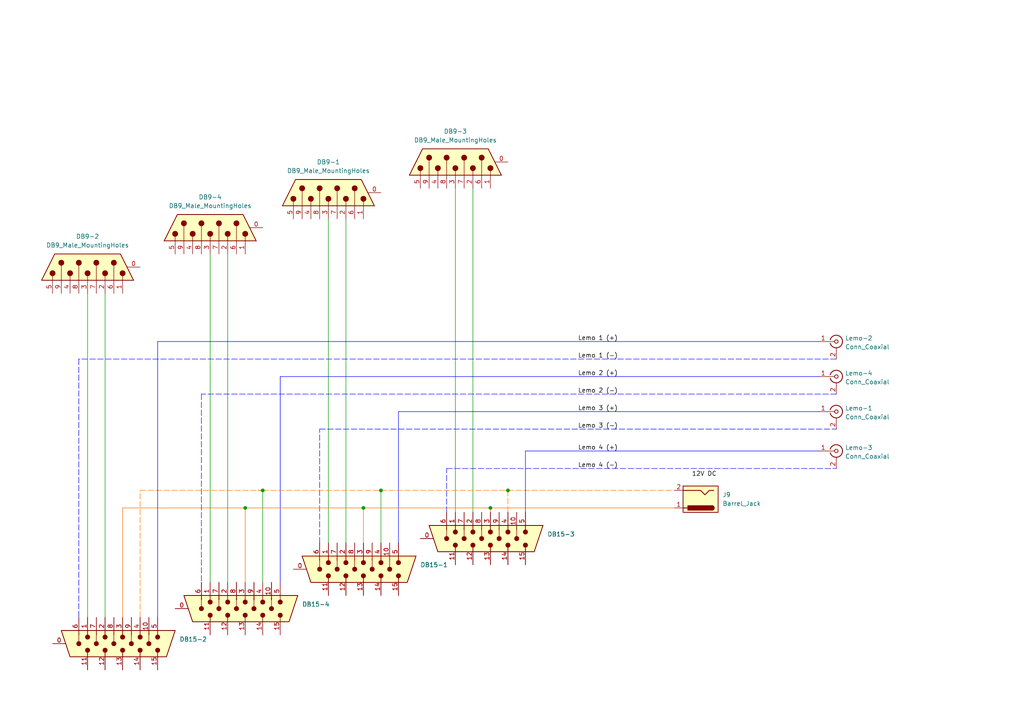
<source format=kicad_sch>
(kicad_sch (version 20231120) (generator "eeschema") (generator_version "8.0")
  (paper "A4")
  (title_block (title "MKS 974-4x Interface for GODDESS") (date "2025-02-13") (rev "0"))
  (lib_symbols
    (symbol "Connector:Barrel_Jack" (pin_names (offset 1.016))
      (property "Reference" "J" (at 0 5.334 0))
      (property "Value" "Barrel_Jack" (at 0 -5.08 0))
      (symbol "Barrel_Jack_0_1"
        (rectangle (start -5.08 3.81) (end 5.08 -3.81) (stroke (width 0.254)) (fill (type background)))
        (arc (start -3.302 3.175) (mid -3.9342 2.54) (end -3.302 1.905) (stroke (width 0.254)))
        (arc (start -3.302 3.175) (mid -3.9342 2.54) (end -3.302 1.905) (stroke (width 0.254)) (fill (type outline)))
        (polyline (pts (xy 5.08 2.54) (xy 3.81 2.54)) (stroke (width 0.254)))
        (polyline (pts (xy -3.81 -2.54) (xy -2.54 -2.54) (xy -1.27 -1.27) (xy 0 -2.54) (xy 2.54 -2.54) (xy 5.08 -2.54)) (stroke (width 0.254)))
        (rectangle (start 3.683 3.175) (end -3.302 1.905) (stroke (width 0.254)) (fill (type outline)))
      )
      (symbol "Barrel_Jack_1_1"
        (pin passive line (at 7.62 2.54 180) (length 2.54) (name "~") (number "1"))
        (pin passive line (at 7.62 -2.54 180) (length 2.54) (name "~") (number "2"))
      )
    )
    (symbol "Connector:Conn_Coaxial" (pin_names (offset 1.016) hide)
      (property "Reference" "J" (at 0.254 3.048 0))
      (property "Value" "Conn_Coaxial" (at 2.921 0 90))
      (symbol "Conn_Coaxial_0_1"
        (arc (start -1.778 -0.508) (mid 0.222 -1.808) (end 1.778 0) (stroke (width 0.254)))
        (polyline (pts (xy -2.54 0) (xy -0.508 0)))
        (polyline (pts (xy 0 -2.54) (xy 0 -1.778)))
        (circle (center 0 0) (radius 0.508) (stroke (width 0.2032)))
        (arc (start 1.778 0) (mid 0.222 1.8083) (end -1.778 0.508) (stroke (width 0.254)))
      )
      (symbol "Conn_Coaxial_1_1"
        (pin passive line (at -5.08 0 0) (length 2.54) (name "In") (number "1"))
        (pin passive line (at 0 -5.08 90) (length 2.54) (name "Ext") (number "2"))
      )
    )
    (symbol "Connector:DB15_Male_HighDensity_MountingHoles" (pin_names (offset 1.016) hide)
      (property "Reference" "J" (at 0 21.59 0))
      (property "Value" "DB15_Male_HighDensity_MountingHoles" (at 0 19.05 0))
      (symbol "DB15_Male_HighDensity_MountingHoles_0_1"
        (circle (center -1.905 -7.62) (radius 0.635) (fill (type outline)))
        (circle (center -1.905 -2.54) (radius 0.635) (fill (type outline)))
        (circle (center -1.905 2.54) (radius 0.635) (fill (type outline)))
        (circle (center -1.905 7.62) (radius 0.635) (fill (type outline)))
        (circle (center -1.905 12.7) (radius 0.635) (fill (type outline)))
        (circle (center 0 -10.16) (radius 0.635) (fill (type outline)))
        (circle (center 0 -5.08) (radius 0.635) (fill (type outline)))
        (polyline (pts (xy -3.175 -5.08) (xy -0.635 -5.08)))
        (polyline (pts (xy -0.635 -10.16) (xy -3.175 -10.16)))
        (polyline (pts (xy -0.635 0) (xy -3.175 0)))
        (polyline (pts (xy -0.635 5.08) (xy -3.175 5.08)))
        (polyline (pts (xy -0.635 10.16) (xy -3.175 10.16)))
        (polyline (pts (xy -3.81 17.78) (xy -3.81 -15.24) (xy 3.81 -12.7) (xy 3.81 15.24) (xy -3.81 17.78)) (stroke (width 0.254)) (fill (type background)))
        (circle (center 0 0) (radius 0.635) (fill (type outline)))
        (circle (center 0 5.08) (radius 0.635) (fill (type outline)))
        (circle (center 0 10.16) (radius 0.635) (fill (type outline)))
        (circle (center 1.905 -7.62) (radius 0.635) (fill (type outline)))
        (circle (center 1.905 -2.54) (radius 0.635) (fill (type outline)))
        (circle (center 1.905 2.54) (radius 0.635) (fill (type outline)))
        (circle (center 1.905 7.62) (radius 0.635) (fill (type outline)))
        (circle (center 1.905 12.7) (radius 0.635) (fill (type outline)))
      )
      (symbol "DB15_Male_HighDensity_MountingHoles_1_1"
        (pin passive line (at 0 -17.78 90) (length 3.81) (name "~") (number "0"))
        (pin passive line (at -7.62 -7.62 0) (length 5.08) (name "~") (number "1"))
        (pin passive line (at -7.62 10.16 0) (length 5.08) (name "~") (number "10"))
        (pin passive line (at 7.62 -7.62 180) (length 5.08) (name "~") (number "11"))
        (pin passive line (at 7.62 -2.54 180) (length 5.08) (name "~") (number "12"))
        (pin passive line (at 7.62 2.54 180) (length 5.08) (name "~") (number "13"))
        (pin passive line (at 7.62 7.62 180) (length 5.08) (name "~") (number "14"))
        (pin passive line (at 7.62 12.7 180) (length 5.08) (name "~") (number "15"))
        (pin passive line (at -7.62 -2.54 0) (length 5.08) (name "~") (number "2"))
        (pin passive line (at -7.62 2.54 0) (length 5.08) (name "~") (number "3"))
        (pin passive line (at -7.62 7.62 0) (length 5.08) (name "~") (number "4"))
        (pin passive line (at -7.62 12.7 0) (length 5.08) (name "~") (number "5"))
        (pin passive line (at -7.62 -10.16 0) (length 5.08) (name "~") (number "6"))
        (pin passive line (at -7.62 -5.08 0) (length 5.08) (name "~") (number "7"))
        (pin passive line (at -7.62 0 0) (length 5.08) (name "~") (number "8"))
        (pin passive line (at -7.62 5.08 0) (length 5.08) (name "~") (number "9"))
      )
    )
    (symbol "Connector:DB9_Male_MountingHoles" (pin_names (offset 1.016) hide)
      (property "Reference" "J" (at 0 16.51 0))
      (property "Value" "DB9_Male_MountingHoles" (at 0 14.605 0))
      (symbol "DB9_Male_MountingHoles_0_1"
        (circle (center -1.778 -10.16) (radius 0.762) (fill (type outline)))
        (circle (center -1.778 -5.08) (radius 0.762) (fill (type outline)))
        (circle (center -1.778 0) (radius 0.762) (fill (type outline)))
        (circle (center -1.778 5.08) (radius 0.762) (fill (type outline)))
        (circle (center -1.778 10.16) (radius 0.762) (fill (type outline)))
        (polyline (pts (xy -3.81 -10.16) (xy -2.54 -10.16)))
        (polyline (pts (xy -3.81 -7.62) (xy 0.508 -7.62)))
        (polyline (pts (xy -3.81 -5.08) (xy -2.54 -5.08)))
        (polyline (pts (xy -3.81 -2.54) (xy 0.508 -2.54)))
        (polyline (pts (xy -3.81 0) (xy -2.54 0)))
        (polyline (pts (xy -3.81 2.54) (xy 0.508 2.54)))
        (polyline (pts (xy -3.81 5.08) (xy -2.54 5.08)))
        (polyline (pts (xy -3.81 7.62) (xy 0.508 7.62)))
        (polyline (pts (xy -3.81 10.16) (xy -2.54 10.16)))
        (polyline (pts (xy -3.81 -13.335) (xy -3.81 13.335) (xy 3.81 9.525) (xy 3.81 -9.525) (xy -3.81 -13.335)) (stroke (width 0.254)) (fill (type background)))
        (circle (center 1.27 -7.62) (radius 0.762) (fill (type outline)))
        (circle (center 1.27 -2.54) (radius 0.762) (fill (type outline)))
        (circle (center 1.27 2.54) (radius 0.762) (fill (type outline)))
        (circle (center 1.27 7.62) (radius 0.762) (fill (type outline)))
      )
      (symbol "DB9_Male_MountingHoles_1_1"
        (pin passive line (at 0 -15.24 90) (length 3.81) (name "PAD") (number "0"))
        (pin passive line (at -7.62 -10.16 0) (length 3.81) (name "1") (number "1"))
        (pin passive line (at -7.62 -5.08 0) (length 3.81) (name "2") (number "2"))
        (pin passive line (at -7.62 0 0) (length 3.81) (name "3") (number "3"))
        (pin passive line (at -7.62 5.08 0) (length 3.81) (name "4") (number "4"))
        (pin passive line (at -7.62 10.16 0) (length 3.81) (name "5") (number "5"))
        (pin passive line (at -7.62 -7.62 0) (length 3.81) (name "6") (number "6"))
        (pin passive line (at -7.62 -2.54 0) (length 3.81) (name "7") (number "7"))
        (pin passive line (at -7.62 2.54 0) (length 3.81) (name "8") (number "8"))
        (pin passive line (at -7.62 7.62 0) (length 3.81) (name "9") (number "9"))
      )
    )
  )
  (junction (at 147.32 142.24))
  (junction (at 105.41 147.32))
  (junction (at 76.2 142.24))
  (junction (at 142.24 147.32))
  (junction (at 71.12 147.32))
  (junction (at 110.49 142.24))
  (wire (pts (xy 242.57 104.14) (xy 22.86 104.14)) (stroke (width 0) (type dash) (color 1 0 255 1)))
  (wire (pts (xy 92.71 157.48) (xy 92.71 124.46)) (stroke (width 0) (type dash) (color 1 0 255 1)))
  (wire (pts (xy 100.33 63.5) (xy 100.33 157.48)))
  (wire (pts (xy 142.24 147.32) (xy 142.24 148.59)) (stroke (width 0) (color 255 109 0 1)))
  (wire (pts (xy 110.49 142.24) (xy 147.32 142.24)) (stroke (width 0) (type dash) (color 255 122 0 1)))
  (wire (pts (xy 81.28 109.22) (xy 81.28 168.91)) (stroke (width 0) (color 1 0 255 1)))
  (wire (pts (xy 115.57 119.38) (xy 115.57 157.48)) (stroke (width 0) (color 1 0 255 1)))
  (wire (pts (xy 25.4 85.09) (xy 25.4 179.07)))
  (wire (pts (xy 195.58 147.32) (xy 142.24 147.32)) (stroke (width 0) (color 255 109 0 1)))
  (wire (pts (xy 40.64 179.07) (xy 40.64 142.24)) (stroke (width 0) (type dash) (color 255 122 0 1)))
  (wire (pts (xy 35.56 147.32) (xy 71.12 147.32)) (stroke (width 0) (color 255 109 0 1)))
  (wire (pts (xy 40.64 142.24) (xy 76.2 142.24)) (stroke (width 0) (type dash) (color 255 122 0 1)))
  (wire (pts (xy 242.57 114.3) (xy 58.42 114.3)) (stroke (width 0) (type dash) (color 1 0 255 1)))
  (wire (pts (xy 105.41 147.32) (xy 71.12 147.32)) (stroke (width 0) (color 255 109 0 1)))
  (wire (pts (xy 129.54 148.59) (xy 129.54 135.89)) (stroke (width 0) (type dash) (color 1 0 255 1)))
  (wire (pts (xy 66.04 73.66) (xy 66.04 168.91)))
  (wire (pts (xy 110.49 142.24) (xy 110.49 157.48)))
  (wire (pts (xy 22.86 104.14) (xy 22.86 179.07)) (stroke (width 0) (type dash) (color 1 0 255 1)))
  (wire (pts (xy 147.32 142.24) (xy 147.32 148.59)) (stroke (width 0) (type dash) (color 255 122 0 1)))
  (wire (pts (xy 60.96 73.66) (xy 60.96 168.91)))
  (wire (pts (xy 105.41 147.32) (xy 105.41 157.48)) (stroke (width 0) (color 255 109 0 1)))
  (wire (pts (xy 76.2 142.24) (xy 74.93 142.24)))
  (wire (pts (xy 95.25 63.5) (xy 95.25 157.48)))
  (wire (pts (xy 152.4 148.59) (xy 152.4 130.81)) (stroke (width 0) (color 1 0 255 1)))
  (wire (pts (xy 30.48 85.09) (xy 30.48 179.07)))
  (wire (pts (xy 45.72 179.07) (xy 45.72 99.06)) (stroke (width 0) (color 1 0 255 1)))
  (wire (pts (xy 132.08 54.61) (xy 132.08 148.59)))
  (wire (pts (xy 71.12 147.32) (xy 71.12 168.91)) (stroke (width 0) (color 255 109 0 1)))
  (wire (pts (xy 58.42 114.3) (xy 58.42 168.91)) (stroke (width 0) (type dash) (color 1 0 255 1)))
  (wire (pts (xy 76.2 142.24) (xy 110.49 142.24)) (stroke (width 0) (type dash) (color 255 122 0 1)))
  (wire (pts (xy 76.2 142.24) (xy 76.2 168.91)))
  (wire (pts (xy 45.72 99.06) (xy 237.49 99.06)) (stroke (width 0) (color 1 0 255 1)))
  (wire (pts (xy 237.49 119.38) (xy 115.57 119.38)) (stroke (width 0) (color 1 0 255 1)))
  (wire (pts (xy 237.49 109.22) (xy 81.28 109.22)) (stroke (width 0) (color 1 0 255 1)))
  (wire (pts (xy 35.56 147.32) (xy 35.56 179.07)) (stroke (width 0) (color 255 109 0 1)))
  (wire (pts (xy 142.24 147.32) (xy 105.41 147.32)) (stroke (width 0) (color 255 109 0 1)))
  (wire (pts (xy 147.32 142.24) (xy 195.58 142.24)) (stroke (width 0) (type dash) (color 255 122 0 1)))
  (wire (pts (xy 129.54 135.89) (xy 242.57 135.89)) (stroke (width 0) (type dash) (color 1 0 255 1)))
  (wire (pts (xy 137.16 54.61) (xy 137.16 148.59)))
  (wire (pts (xy 92.71 124.46) (xy 242.57 124.46)) (stroke (width 0) (type dash) (color 1 0 255 1)))
  (wire (pts (xy 152.4 130.81) (xy 237.49 130.81)) (stroke (width 0) (color 1 0 255 1)))
  (label "Lemo 4 (+)" (at 167.64 130.81 0))
  (label "Lemo 3 (+)" (at 167.64 119.38 0))
  (label "Lemo 2 (-)" (at 167.64 114.3 0))
  (label "Lemo 4 (-)" (at 167.64 135.89 0))
  (label "Lemo 2 (+)" (at 167.64 109.22 0))
  (label "Lemo 1 (-)" (at 167.64 104.14 0))
  (label "Lemo 3 (-)" (at 167.64 124.46 0))
  (label "Lemo 1 (+)" (at 167.64 99.06 0))
  (label "12V DC" (at 200.66 138.43 0))
  (symbol (lib_id "Connector:DB9_Male_MountingHoles") (at 25.4 77.47 90) (unit 1)
    (property "Reference" "DB9-2" (at 25.4 68.58 90))
    (property "Value" "DB9_Male_MountingHoles" (at 25.4 71.12 90))
    (property "Footprint" "digikey-footprints:DSUB-9_Receptical_A-DF_09_A_KG-T2S" (effects (hide yes)))
  )
  (symbol (lib_id "Connector:Conn_Coaxial") (at 242.57 130.81 0) (unit 1)
    (property "Reference" "Lemo-3" (at 245.11 129.8331 0) (effects (justify left)))
    (property "Value" "Conn_Coaxial" (at 245.11 132.3731 0) (effects (justify left)))
    (property "Footprint" "Connector_Coaxial:LEMO-EPL.00.250.NTN" (effects (hide yes)))
  )
  (symbol (lib_id "Connector:DB15_Male_HighDensity_MountingHoles") (at 33.02 186.69 270) (unit 1)
    (property "Reference" "DB15-2" (at 52.07 185.4199 90) (effects (justify left)))
    (property "Value" "DB15_Male_HighDensity_MountingHoles" (effects (hide yes)))
    (property "Footprint" "Connector_Dsub:DSUB-15_Male_Horizontal_P2.77x2.84mm_EdgePinOffset9.40mm" (effects (hide yes)))
  )
  (symbol (lib_id "Connector:DB15_Male_HighDensity_MountingHoles") (at 68.58 176.53 270) (unit 1)
    (property "Reference" "DB15-4" (at 87.63 175.2599 90) (effects (justify left)))
    (property "Value" "DB15_Male_HighDensity_MountingHoles" (effects (hide yes)))
    (property "Footprint" "Connector_Dsub:DSUB-15_Male_Horizontal_P2.77x2.84mm_EdgePinOffset9.40mm" (effects (hide yes)))
  )
  (symbol (lib_id "Connector:Conn_Coaxial") (at 242.57 109.22 0) (unit 1)
    (property "Reference" "Lemo-4" (at 245.11 108.2431 0) (effects (justify left)))
    (property "Value" "Conn_Coaxial" (at 245.11 110.7831 0) (effects (justify left)))
    (property "Footprint" "Connector_Coaxial:LEMO-EPL.00.250.NTN" (effects (hide yes)))
  )
  (symbol (lib_id "Connector:DB9_Male_MountingHoles") (at 60.96 66.04 90) (unit 1)
    (property "Reference" "DB9-4" (at 60.96 57.15 90))
    (property "Value" "DB9_Male_MountingHoles" (at 60.96 59.69 90))
    (property "Footprint" "digikey-footprints:DSUB-9_Receptical_A-DF_09_A_KG-T2S" (effects (hide yes)))
  )
  (symbol (lib_id "Connector:DB9_Male_MountingHoles") (at 95.25 55.88 90) (unit 1)
    (property "Reference" "DB9-1" (at 95.25 46.99 90))
    (property "Value" "DB9_Male_MountingHoles" (at 95.25 49.53 90))
    (property "Footprint" "digikey-footprints:DSUB-9_Receptical_A-DF_09_A_KG-T2S" (effects (hide yes)))
  )
  (symbol (lib_id "Connector:Conn_Coaxial") (at 242.57 99.06 0) (unit 1)
    (property "Reference" "Lemo-2" (at 245.11 98.0831 0) (effects (justify left)))
    (property "Value" "Conn_Coaxial" (at 245.11 100.6231 0) (effects (justify left)))
    (property "Footprint" "Connector_Coaxial:LEMO-EPL.00.250.NTN" (effects (hide yes)))
  )
  (symbol (lib_id "Connector:DB15_Male_HighDensity_MountingHoles") (at 139.7 156.21 270) (unit 1)
    (property "Reference" "DB15-3" (at 158.75 154.9399 90) (effects (justify left)))
    (property "Value" "DB15_Male_HighDensity_MountingHoles" (effects (hide yes)))
    (property "Footprint" "Connector_Dsub:DSUB-15_Male_Horizontal_P2.77x2.84mm_EdgePinOffset9.40mm" (effects (hide yes)))
  )
  (symbol (lib_id "Connector:Conn_Coaxial") (at 242.57 119.38 0) (unit 1)
    (property "Reference" "Lemo-1" (at 245.11 118.4031 0) (effects (justify left)))
    (property "Value" "Conn_Coaxial" (at 245.11 120.9431 0) (effects (justify left)))
    (property "Footprint" "Connector_Coaxial:LEMO-EPL.00.250.NTN" (effects (hide yes)))
  )
  (symbol (lib_id "Connector:Barrel_Jack") (at 203.2 144.78 180) (unit 1)
    (property "Reference" "J9" (at 209.55 143.5099 0) (effects (justify right)))
    (property "Value" "Barrel_Jack" (at 209.55 146.0499 0) (effects (justify right)))
    (property "Footprint" "Connector_BarrelJack:BarrelJack_Horizontal" (effects (hide yes)))
  )
  (symbol (lib_id "Connector:DB15_Male_HighDensity_MountingHoles") (at 102.87 165.1 270) (unit 1)
    (property "Reference" "DB15-1" (at 121.92 163.8299 90) (effects (justify left)))
    (property "Value" "DB15_Male_HighDensity_MountingHoles" (effects (hide yes)))
    (property "Footprint" "Connector_Dsub:DSUB-15_Male_Horizontal_P2.77x2.84mm_EdgePinOffset9.40mm" (effects (hide yes)))
  )
  (symbol (lib_id "Connector:DB9_Male_MountingHoles") (at 132.08 46.99 90) (unit 1)
    (property "Reference" "DB9-3" (at 132.08 38.1 90))
    (property "Value" "DB9_Male_MountingHoles" (at 132.08 40.64 90))
    (property "Footprint" "digikey-footprints:DSUB-9_Receptical_A-DF_09_A_KG-T2S" (effects (hide yes)))
  )
)
</source>
